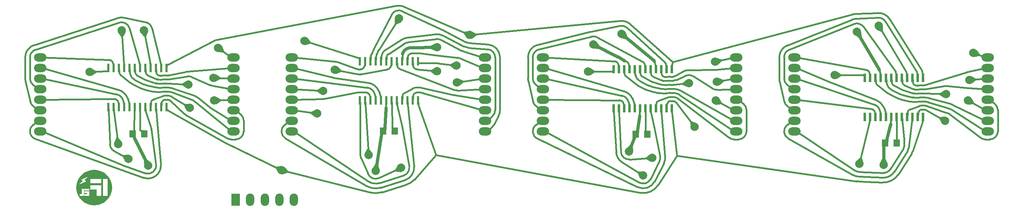
<source format=gbr>
G04 DipTrace 2.4.0.2*
%INÍèæí³é.gbr*%
%MOMM*%
%ADD13C,0.8*%
%ADD14C,0.4*%
%ADD15C,0.0*%
%ADD16R,2.0X3.0*%
%ADD17O,2.0X3.0*%
%ADD19O,3.0X2.0*%
%ADD20R,1.6X1.8*%
%ADD21R,0.6X2.0*%
%ADD22C,2.0*%
%FSLAX53Y53*%
G04*
G71*
G90*
G75*
G01*
%LNBottom*%
%LPD*%
X96751Y21741D2*
D13*
X97330Y21898D1*
X96986Y23161D1*
X96254Y22076D1*
X96751Y21741D1*
X220532Y32831D2*
D14*
X220399Y33247D1*
X220171Y32875D1*
X157597Y26382D2*
D13*
X158196Y26418D1*
X158119Y27725D1*
X157187Y26793D1*
X157597Y26382D1*
X160282Y34915D2*
D14*
X160112Y35317D1*
X159919Y34926D1*
X218670Y23157D2*
D13*
X219216Y23407D1*
X218670Y24597D1*
X218125Y23407D1*
X218670Y23157D1*
X99432Y36820D2*
D14*
X99250Y37216D1*
X99068Y36820D1*
X42147Y22981D2*
D13*
X42523Y23449D1*
X41502Y24269D1*
X41547Y22961D1*
X42147Y22981D1*
X160224Y36729D2*
D14*
X160124Y35928D1*
Y35729D1*
Y35716D1*
X160123Y35703D1*
X160098Y34837D1*
D13*
X159613Y31433D1*
X159610Y31405D1*
X159609Y31377D1*
Y30977D1*
X159209Y30477D1*
X38951Y37046D2*
D14*
X38851Y36246D1*
X38813Y31335D1*
X38413Y30635D1*
X220542Y34665D2*
X220442Y33865D1*
Y33665D1*
X220441Y33613D1*
X220436Y33562D1*
X220342Y32770D1*
D13*
X219465Y29414D1*
X219455Y29364D1*
X219452Y29313D1*
Y28913D1*
X219052Y28413D1*
X99305Y38635D2*
D14*
X99250Y37835D1*
Y36736D1*
D13*
X98974Y32195D1*
X98973Y32182D1*
Y32170D1*
Y31770D1*
X98573Y31270D1*
X159209Y30477D2*
X158809Y29977D1*
Y29577D1*
G02X158782Y29432I-401J0D01*
G01*
X157597Y26382D1*
X38413Y30635D2*
X38813Y30135D1*
Y29735D1*
G03X38856Y29556I401J0D01*
G01*
X42147Y22981D1*
X219052Y28413D2*
X218670Y27913D1*
Y23157D1*
X98573Y31270D2*
X98173Y30770D1*
Y30370D1*
X98172Y30338D1*
X98168Y30305D1*
X96751Y21741D1*
X74208Y21909D2*
D14*
X74461Y21150D1*
X75642Y21544D1*
X74793Y22454D1*
X74208Y21909D1*
X74113Y22703D1*
X72877Y22556D1*
X73525Y21493D1*
X74208Y21909D1*
X167844Y36729D2*
X167944Y35928D1*
Y35729D1*
Y35718D1*
X167945Y35707D1*
X169087Y25333D1*
X212286Y19200D1*
G03X212700Y19161I596J4194D01*
G01*
X218487Y18911D1*
G03X222248Y20863I183J4246D01*
G01*
X225387Y25759D1*
G03X225737Y26493I-2736J1755D01*
G01*
X228018Y33392D1*
G03X228062Y33665I-827J273D01*
G01*
Y33865D1*
X228162Y34665D1*
X106925Y38635D2*
X107025Y37835D1*
Y37635D1*
X107028Y37601D1*
X107036Y37568D1*
X111283Y25498D1*
X106096Y19631D1*
G02X104171Y18387I-3184J2815D01*
G01*
X98351Y16583D1*
G02X95419Y16508I-1599J5158D01*
G01*
X74208Y21909D1*
X111283Y25498D2*
X160227Y16416D1*
G03X164581Y18302I775J4179D01*
G01*
X169087Y25333D1*
X74208Y21909D2*
X60810Y28422D1*
X60725Y28465D1*
X60642Y28510D1*
X46970Y36220D1*
G03X46871Y36246I-98J-175D01*
G01*
X46671D1*
X46571Y37046D1*
X119347Y54371D2*
X119840Y53741D1*
X120821Y54508D1*
X119715Y55081D1*
X119347Y54371D1*
X116167Y46985D2*
X115827Y47710D1*
X114700Y47181D1*
X115649Y46376D1*
X116167Y46985D1*
X119347Y54371D2*
X119217Y55161D1*
X117988Y54957D1*
X118683Y53925D1*
X119347Y54371D1*
X228162Y44065D2*
X228062Y44865D1*
Y45065D1*
G03X227975Y45565I-1469J0D01*
G01*
X227897Y45780D1*
G03X227699Y46185I-1977J-716D01*
G01*
X220115Y58209D1*
G03X217364Y59653I-2622J-1654D01*
G01*
X212097Y59435D1*
G03X211181Y59296I175J-4240D01*
G01*
X168060Y47832D1*
X167946Y47162D1*
X167944Y47145D1*
Y47129D1*
Y46929D1*
X167844Y46129D1*
X46571Y46446D2*
X46671Y47246D1*
X46871D1*
G03X46963Y47268I0J200D01*
G01*
X58075Y52994D1*
G02X58604Y53177I893J-1733D01*
G01*
X101767Y61375D1*
G02X103573Y61176I578J-3047D01*
G01*
X119347Y54371D1*
X106925Y48035D2*
X107025Y47588D1*
X111522D1*
G02X111779Y47571I1J-1943D01*
G01*
X116167Y46985D1*
X119347Y54371D2*
X155539Y57734D1*
G02X157896Y56954I287J-3087D01*
G01*
X168060Y47832D1*
X33871Y46446D2*
X33771Y47246D1*
Y47446D1*
G03X33249Y48243I-870J0D01*
G01*
X33081Y48317D1*
G03X32737Y48395I-380J-869D01*
G01*
X16765Y48990D1*
X16265D1*
X45301Y46446D2*
X45201Y47246D1*
Y47446D1*
G03X45175Y47658I-868J0D01*
G01*
X43079Y55992D1*
G03X41590Y57424I-1891J-476D01*
G01*
X36450Y58509D1*
G03X34856Y58425I-640J-3033D01*
G01*
X14811Y51940D1*
G03X12665Y48990I954J-2949D01*
G01*
Y43910D1*
G03X12746Y43208I3099J0D01*
G01*
X13866Y38389D1*
G03X14516Y37333I1899J441D01*
G01*
X15765Y36290D1*
X16265D1*
X58968Y51261D2*
X58931Y50462D1*
X60175Y50404D1*
X59710Y51559D1*
X58968Y51261D1*
X51870Y42481D2*
X51471Y43174D1*
X50392Y42553D1*
X51405Y41830D1*
X51870Y42481D1*
X58968Y51261D2*
X62165Y48990D1*
X62665D1*
X38951Y46446D2*
X39051Y45646D1*
Y45446D1*
G03X39500Y44685I870J0D01*
G01*
X41444Y43608D1*
G03X41848Y43438I1015J1834D01*
G01*
X44115Y42745D1*
G03X45001Y42613I886J2902D01*
G01*
G03X45481Y42654I0J2836D01*
G01*
G02X46271Y42721I791J-4603D01*
G01*
X46871D1*
X46986Y42720D1*
X47101Y42715D1*
X51870Y42481D1*
X62665Y48990D2*
D3*
X40221Y46446D2*
X40121Y47246D1*
Y47446D1*
G03X40087Y47687I-870J0D01*
G01*
X37684Y56016D1*
G03X35210Y57331I-1874J-541D01*
G01*
X15165Y50845D1*
G03X13815Y48990I600J-1855D01*
G01*
Y43910D1*
G03X14516Y42413I1950J0D01*
G01*
X15765Y41370D1*
X16265D1*
X35141Y46446D2*
X35241Y45646D1*
Y45446D1*
G03X35568Y44767I870J0D01*
G01*
X37891Y42908D1*
G03X38450Y42548I2029J2537D01*
G01*
X40469Y41523D1*
G03X41519Y41148I1992J3924D01*
G01*
X43303Y40757D1*
G03X44331Y40645I1028J4690D01*
G01*
X44396Y40646D1*
X44461Y40647D1*
X45125Y40664D1*
G03X45810Y40732I-124J4785D01*
G01*
G02X46271Y40771I461J-2680D01*
G01*
X46871D1*
G02X47909Y40581I0J-2925D01*
G01*
X52847Y38708D1*
G02X53390Y38394I-692J-1824D01*
G01*
X62165Y31210D1*
X62665D1*
X44031Y46446D2*
X44131Y45646D1*
Y45446D1*
G03X45088Y44580I870J0D01*
G01*
X45286Y44600D1*
X45303Y44602D1*
X45320Y44604D1*
G02X46271Y44671I951J-6749D01*
G01*
X46871D1*
G03X47021Y44685I0J775D01*
G01*
X51271Y45522D1*
G02X51612Y45570I598J-3035D01*
G01*
X62165Y46450D1*
X62665D1*
X37681Y46446D2*
X37781Y45646D1*
Y45446D1*
G03X37809Y45229I870J0D01*
G01*
X37887Y44923D1*
G03X38971Y43574I2034J523D01*
G01*
X40990Y42548D1*
G03X41741Y42277I1471J2897D01*
G01*
X44113Y41738D1*
G03X45001Y41638I889J3911D01*
G01*
G03X45646Y41693I0J3806D01*
G01*
G02X46271Y41746I626J-3648D01*
G01*
X46871D1*
G02X48133Y41536I0J-3901D01*
G01*
X53158Y39818D1*
G02X54103Y39296I-1004J-2934D01*
G01*
X56826Y37096D1*
G03X57020Y36959I1233J1526D01*
G01*
X62165Y33750D1*
X62665D1*
X41491Y46446D2*
X41591Y45646D1*
Y45446D1*
G03X42113Y44648I870J0D01*
G01*
X42281Y44575D1*
X42290Y44572D1*
X44199Y43760D1*
G03X44515Y43655I801J1882D01*
G01*
X44562Y43643D1*
G03X45307Y43616I440J1802D01*
G01*
G02X46271Y43696I964J-5771D01*
G01*
X46871D1*
G03X47173Y43719I0J1958D01*
G01*
X51568Y44407D1*
G02X52657Y44265I301J-1927D01*
G01*
X57086Y42310D1*
G03X57540Y42172I787J1782D01*
G01*
X62165Y41370D1*
X62665D1*
X94225Y48035D2*
X94125Y47235D1*
Y47035D1*
G02X93603Y46237I-870J0D01*
G01*
X93435Y46164D1*
G02X93055Y46085I-380J871D01*
G01*
X92655D1*
G02X92329Y46142I0J950D01*
G01*
X87652Y47851D1*
G03X87182Y47959I-668J-1829D01*
G01*
X77118Y48990D1*
X76618D1*
X82707Y35496D2*
X82373Y36223D1*
X81241Y35704D1*
X82184Y34890D1*
X82707Y35496D1*
X111522Y45638D2*
X111154Y46349D1*
X110048Y45777D1*
X111028Y45009D1*
X111522Y45638D1*
X82707Y35496D2*
X77118Y36290D1*
X76618D1*
X105655Y48035D2*
X105755Y47235D1*
Y47035D1*
G03X106277Y46237I870J0D01*
G01*
X106445Y46164D1*
G03X106736Y46089I380J870D01*
G01*
X111522Y45638D1*
X76618Y36290D2*
D3*
X99305Y48035D2*
X99405Y48835D1*
Y49035D1*
G02X99799Y49763I870J0D01*
G01*
X103357Y52090D1*
G02X104941Y52661I1997J-3055D01*
G01*
X111311Y53388D1*
G02X112433Y53180I221J-1937D01*
G01*
X117384Y50602D1*
G03X118132Y50299I1964J3771D01*
G01*
X122518Y48990D1*
X123018D1*
X86983Y46019D2*
X87276Y45275D1*
X88435Y45731D1*
X87565Y46601D1*
X86983Y46019D1*
X84198Y40942D2*
X83807Y41640D1*
X82721Y41032D1*
X83726Y40297D1*
X84198Y40942D1*
X100575Y48035D2*
X100475Y47235D1*
Y47035D1*
G02X99953Y46237I-870J0D01*
G01*
X99785Y46164D1*
G02X99582Y46102I-381J875D01*
G01*
X93647Y44972D1*
G02X93255Y44935I-393J2068D01*
G01*
X92655D1*
G02X92246Y44975I1J2105D01*
G01*
X86983Y46019D1*
X84198Y40942D2*
X77118Y41370D1*
X76618D1*
X95495Y48035D2*
X95595Y48835D1*
Y49035D1*
G02X95683Y49535I1471J0D01*
G01*
X95760Y49749D1*
X95795Y49838D1*
X95833Y49926D1*
X96290Y50902D1*
X96330Y50983D1*
X96371Y51064D1*
X100615Y59229D1*
G02X103178Y60093I1730J-900D01*
G01*
X113346Y55294D1*
X113421Y55258D1*
X113495Y55220D1*
X118446Y52642D1*
G03X119199Y52427I901J1730D01*
G01*
X123753Y52081D1*
G02X126618Y48990I-235J-3091D01*
G01*
Y36290D1*
G02X126282Y34887I-3100J0D01*
G01*
X125257Y32867D1*
G02X124768Y32253I-1740J884D01*
G01*
X123518Y31210D1*
X123018D1*
X104385Y48035D2*
X104485Y48835D1*
Y49035D1*
G02X105007Y49832I870J0D01*
G01*
X105175Y49905D1*
G02X105555Y49985I380J-871D01*
G01*
X107225D1*
X107280Y49983D1*
X107335Y49978D1*
X111306Y49514D1*
X116392Y48922D1*
G02X116917Y48785I-225J-1936D01*
G01*
X122518Y46450D1*
X123018D1*
X98035Y48035D2*
X98135Y48835D1*
Y49035D1*
G02X98162Y49251I870J0D01*
G01*
X98241Y49558D1*
G02X99159Y50813I2034J-523D01*
G01*
X102804Y53101D1*
G02X104810Y53804I2551J-4067D01*
G01*
X111181Y54531D1*
G02X112964Y54200I352J-3080D01*
G01*
X117915Y51622D1*
G03X119112Y51280I1432J2749D01*
G01*
X123666Y50934D1*
G02X125468Y48990I-148J-1944D01*
G01*
Y36290D1*
G02X124768Y34793I-1950J0D01*
G01*
X123518Y33750D1*
X123018D1*
X101845Y48035D2*
X101945Y47235D1*
Y47035D1*
G03X102467Y46237I870J0D01*
G01*
X102635Y46164D1*
X102653Y46156D1*
X102671Y46149D1*
X115547Y41155D1*
G03X116361Y41026I706J1820D01*
G01*
X122518Y41370D1*
X123018D1*
X155144Y46129D2*
X155044Y46929D1*
Y47129D1*
G03X154522Y47926I-870J0D01*
G01*
X154354Y47999D1*
G03X154026Y48077I-380J-871D01*
G01*
X137437Y48990D1*
X136937D1*
X166574Y46129D2*
X166474Y46929D1*
Y47129D1*
G03X166192Y47769I-870J0D01*
G01*
X157145Y56083D1*
G03X155439Y56558I-1319J-1436D01*
G01*
X148437Y55143D1*
X148373Y55129D1*
X148308Y55114D1*
X135694Y52000D1*
G03X133337Y48990I743J-3010D01*
G01*
Y43910D1*
G03X133418Y43208I3099J0D01*
G01*
X134538Y38389D1*
G03X135188Y37333I1899J441D01*
G01*
X136437Y36290D1*
X136937D1*
X178212Y47961D2*
X178774Y47400D1*
X179657Y48283D1*
X178488Y48712D1*
X178212Y47961D1*
X171955Y42807D2*
X171451Y43429D1*
X170484Y42645D1*
X171599Y42091D1*
X171955Y42807D1*
X178212Y47961D2*
X182837Y48990D1*
X183337D1*
X160224Y46129D2*
X160324Y45328D1*
Y45129D1*
G03X160772Y44367I870J0D01*
G01*
X162717Y43291D1*
G03X163120Y43120I1015J1834D01*
G01*
X165388Y42428D1*
G03X166274Y42295I886J2902D01*
G01*
G03X166753Y42336I0J2836D01*
G01*
G02X167544Y42404I791J-4603D01*
G01*
X168144D1*
G03X168465Y42421I0J2936D01*
G01*
X171955Y42807D1*
X183337Y48990D2*
D3*
X161494Y46129D2*
X161394Y46929D1*
Y47129D1*
G03X160937Y47894I-870J0D01*
G01*
X149979Y53820D1*
G03X148584Y53998I-928J-1715D01*
G01*
X135970Y50883D1*
G03X134487Y48990I467J-1893D01*
G01*
Y43910D1*
G03X135188Y42413I1950J0D01*
G01*
X136437Y41370D1*
X136937D1*
X156414Y46129D2*
X156514Y45328D1*
Y45129D1*
G03X156840Y44449I870J0D01*
G01*
X159163Y42591D1*
G03X159722Y42231I2029J2537D01*
G01*
X161742Y41205D1*
G03X162791Y40831I1992J3924D01*
G01*
X164576Y40439D1*
G03X165604Y40328I1028J4690D01*
G01*
X165668D1*
X165733Y40330D1*
X166398Y40347D1*
G03X167083Y40414I-124J4785D01*
G01*
G02X167544Y40453I461J-2680D01*
G01*
X168144D1*
G02X169807Y39947I0J-2987D01*
G01*
X182837Y31210D1*
X183337D1*
X165304Y46129D2*
X165404Y45328D1*
Y45129D1*
G03X166361Y44263I870J0D01*
G01*
X166559Y44283D1*
X166575Y44285D1*
X166592Y44287D1*
G02X167544Y44353I951J-6749D01*
G01*
X168144D1*
G03X168518Y44450I0J776D01*
G01*
X170456Y45521D1*
G02X171904Y45907I1499J-2713D01*
G01*
X178245Y46012D1*
X178323Y46014D1*
X178400Y46020D1*
X182837Y46450D1*
X183337D1*
X158954Y46129D2*
X159054Y45328D1*
Y45129D1*
G03X159081Y44912I870J0D01*
G01*
X159160Y44606D1*
G03X160243Y43256I2034J523D01*
G01*
X162262Y42231D1*
G03X163013Y41959I1471J2897D01*
G01*
X165385Y41420D1*
G03X166274Y41320I889J3911D01*
G01*
G03X166918Y41375I0J3806D01*
G01*
G02X167544Y41428I626J-3648D01*
G01*
X168144D1*
G02X170086Y40920I0J-3962D01*
G01*
X182837Y33750D1*
X183337D1*
X162764Y46129D2*
X162864Y45328D1*
Y45129D1*
G03X163386Y44331I870J0D01*
G01*
X163554Y44258D1*
X163562Y44254D1*
X165472Y43442D1*
G03X165788Y43337I801J1882D01*
G01*
X165834Y43326D1*
G03X166579Y43298I440J1802D01*
G01*
G02X167544Y43379I964J-5771D01*
G01*
X168144D1*
G03X168971Y43563I0J1951D01*
G01*
X171128Y44573D1*
G02X173004Y44451I827J-1766D01*
G01*
X177651Y41485D1*
G03X178791Y41181I1049J1644D01*
G01*
X182837Y41370D1*
X183337D1*
X215462Y44065D2*
X215362Y44865D1*
Y45065D1*
G03X214840Y45862I-870J0D01*
G01*
X214672Y45936D1*
G03X214460Y46000I-379J-868D01*
G01*
X197755Y48990D1*
X197255D1*
X226892Y44065D2*
X226792Y44865D1*
Y45065D1*
G03X226661Y45525I-871J0D01*
G01*
X219148Y57587D1*
G03X217412Y58504I-1655J-1031D01*
G01*
X212145Y58286D1*
G03X211123Y58067I128J-3099D01*
G01*
X195605Y51869D1*
G03X193655Y48990I1150J-2879D01*
G01*
Y43910D1*
G03X193736Y43208I3099J0D01*
G01*
X194856Y38389D1*
G03X195506Y37333I1899J441D01*
G01*
X196755Y36290D1*
X197255D1*
X240225Y50067D2*
X240399Y49286D1*
X241614Y49556D1*
X240863Y50550D1*
X240225Y50067D1*
X233686Y40147D2*
X233279Y40836D1*
X232207Y40203D1*
X233229Y39491D1*
X233686Y40147D1*
X240225Y50067D2*
X243155Y48990D1*
X243655D1*
X220542Y44065D2*
X220642Y43265D1*
Y43065D1*
G03X221091Y42304I870J0D01*
G01*
X223035Y41227D1*
G03X223439Y41056I1015J1834D01*
G01*
X225706Y40364D1*
G03X226592Y40232I886J2902D01*
G01*
G03X227072Y40273I0J2836D01*
G01*
G02X227862Y40340I791J-4603D01*
G01*
X228462D1*
X228550Y40339D1*
X228638Y40337D1*
X233686Y40147D1*
X243655Y48990D2*
D3*
X221812Y44065D2*
X221712Y44865D1*
Y45065D1*
G03X221550Y45571I-870J0D01*
G01*
X213859Y56323D1*
G03X211549Y57000I-1586J-1135D01*
G01*
X196032Y50801D1*
G03X194805Y48990I723J-1811D01*
G01*
Y43910D1*
G03X195506Y42413I1950J0D01*
G01*
X196755Y41370D1*
X197255D1*
X216732Y44065D2*
X216832Y43265D1*
Y43065D1*
G03X217159Y42386I870J0D01*
G01*
X219482Y40527D1*
G03X220041Y40167I2029J2537D01*
G01*
X222060Y39142D1*
G03X223110Y38767I1992J3924D01*
G01*
X224894Y38376D1*
G03X225922Y38264I1028J4690D01*
G01*
X225987Y38265D1*
X226052Y38266D1*
X226716Y38283D1*
G03X227401Y38351I-124J4785D01*
G01*
G02X227862Y38390I461J-2680D01*
G01*
X228462D1*
G02X229333Y38257I0J-2926D01*
G01*
X232764Y37188D1*
X232778Y37183D1*
X232791Y37179D1*
X234367Y36704D1*
G02X235145Y36346I-895J-2967D01*
G01*
X243155Y31210D1*
X243655D1*
X225622Y44065D2*
X225722Y43265D1*
Y43065D1*
G03X226679Y42199I870J0D01*
G01*
X226877Y42219D1*
X226894Y42221D1*
X226911Y42223D1*
G02X227862Y42290I951J-6749D01*
G01*
X228462D1*
G03X228693Y42325I0J775D01*
G01*
X238687Y45445D1*
X238764Y45467D1*
X238843Y45487D1*
X243155Y46450D1*
X243655D1*
X219272Y44065D2*
X219372Y43265D1*
Y43065D1*
G03X219400Y42848I870J0D01*
G01*
X219478Y42542D1*
G03X220562Y41193I2034J523D01*
G01*
X222581Y40167D1*
G03X223332Y39896I1471J2897D01*
G01*
X225704Y39357D1*
G03X226592Y39257I889J3911D01*
G01*
G03X227237Y39312I0J3806D01*
G01*
G02X227862Y39365I626J-3648D01*
G01*
X228462D1*
G02X229488Y39227I0J-3901D01*
G01*
X234590Y37836D1*
G02X235332Y37558I-1118J-4099D01*
G01*
X243155Y33750D1*
X243655D1*
X223082Y44065D2*
X223182Y43265D1*
Y43065D1*
G03X223704Y42268I870J0D01*
G01*
X223872Y42194D1*
X223881Y42191D1*
X225790Y41379D1*
G03X226106Y41274I801J1882D01*
G01*
X226153Y41262D1*
G03X226898Y41235I440J1802D01*
G01*
G02X227862Y41315I964J-5771D01*
G01*
X228462D1*
G03X228769Y41339I0J1956D01*
G01*
X233380Y42073D1*
G02X233853Y42090I306J-1928D01*
G01*
X239102Y41641D1*
X239120Y41639D1*
X239138Y41638D1*
X243155Y41370D1*
X243655D1*
X28103Y45455D2*
X28565Y44802D1*
X29581Y45522D1*
X28504Y46147D1*
X28103Y45455D1*
X32601Y46446D2*
X32501Y45646D1*
X32292D1*
X28103Y45455D1*
X37432Y24618D2*
X37371Y25415D1*
X36129Y25320D1*
X36732Y24230D1*
X37432Y24618D1*
X79659Y52989D2*
X79866Y52217D1*
X81069Y52538D1*
X80277Y53498D1*
X79659Y52989D1*
X37432Y24618D2*
X34024Y26454D1*
G02X33000Y28098I925J1717D01*
G01*
X32701Y36038D1*
Y36246D1*
X32601Y37046D1*
X92955Y48035D2*
X92855Y48835D1*
X92655D1*
X92624Y48837D1*
X92594Y48844D1*
X79659Y52989D1*
X102912Y22447D2*
X102237Y22876D1*
X101570Y21824D1*
X102803Y21654D1*
X102912Y22447D1*
X147752Y45604D2*
X148184Y44931D1*
X149232Y45604D1*
X148184Y46277D1*
X147752Y45604D1*
X102912Y22447D2*
X97571Y19971D1*
G02X94973Y20941I-820J1769D01*
G01*
X93275Y24716D1*
G02X93103Y25508I1778J800D01*
G01*
X93055Y37629D1*
Y37835D1*
X92955Y38635D1*
X153874Y46129D2*
X153774Y45604D1*
X147752D1*
X161003Y20595D2*
Y21380D1*
X159748D1*
X160279Y20254D1*
X161003Y20595D1*
X206940Y44712D2*
X207373Y44039D1*
X208420Y44712D1*
X207373Y45386D1*
X206940Y44712D1*
X161003Y20595D2*
X155953Y23754D1*
G02X154502Y26210I1644J2628D01*
G01*
X153976Y35647D1*
X153974Y35688D1*
Y35729D1*
Y35928D1*
X153874Y36729D1*
X214192Y44065D2*
X214092Y44712D1*
X206940D1*
X217441Y45933D2*
X217751Y45626D1*
X217781Y46062D1*
X102346Y58329D2*
X101550D1*
Y57081D1*
X102681Y57603D1*
X102346Y58329D1*
X41188Y55516D2*
X40604Y54969D1*
X41456Y54061D1*
X41928Y55213D1*
X41188Y55516D1*
X103051Y49848D2*
X103224Y49447D1*
X103415Y49839D1*
X149052Y52105D2*
D13*
X149028Y51505D1*
X150336Y51453D1*
X149521Y52478D1*
X149052Y52105D1*
X111532Y51451D2*
X111272Y51991D1*
X110092Y51424D1*
X111292Y50901D1*
X111532Y51451D1*
X155825Y54647D2*
X155667Y54069D1*
X156929Y53722D1*
X156367Y54905D1*
X155825Y54647D1*
X156312Y48078D2*
D14*
X156748Y48074D1*
X156467Y48407D1*
X217493Y56556D2*
X217138Y55838D1*
X218255Y55287D1*
Y56556D1*
X217493D1*
X163418Y48020D2*
X163746Y47732D1*
X163750Y48169D1*
X212273Y55189D2*
D13*
X211927Y54698D1*
X212998Y53944D1*
X212870Y55247D1*
X212273Y55189D1*
X35810Y55475D2*
D14*
X35165Y55002D1*
X35903Y53998D1*
X36509Y55086D1*
X35810Y55475D1*
X218002Y44065D2*
X217902Y44865D1*
Y45065D1*
G03X217846Y45372I-869J0D01*
G01*
X217581Y46075D1*
D13*
X212273Y55189D1*
X96765Y48035D2*
D14*
X96865Y48835D1*
Y49035D1*
G02X96892Y49251I870J0D01*
G01*
X96971Y49558D1*
G02X97103Y49926I2035J-523D01*
G01*
X97332Y50414D1*
G02X97534Y50782I2941J-1378D01*
G01*
X102346Y58329D1*
X42761Y46446D2*
X42661Y47246D1*
Y47446D1*
G03X42647Y47604I-874J0D01*
G01*
X41188Y55516D1*
X103115Y48035D2*
X103215Y48835D1*
Y49035D1*
Y49045D1*
Y49054D1*
X103235Y49927D1*
D13*
X103238Y49934D1*
G02X105312Y51334I2117J-900D01*
G01*
X111532Y51451D1*
X157684Y46129D2*
D14*
X157584Y46929D1*
Y47129D1*
G03X157085Y47916I-870J0D01*
G01*
X156314Y48279D1*
D13*
X154965Y49096D1*
X154891Y49139D1*
X154815Y49179D1*
X149052Y52105D1*
X164034Y46129D2*
D14*
X163934Y46929D1*
Y47129D1*
G03X163858Y47484I-871J0D01*
G01*
X163550Y48171D1*
D13*
X155825Y54647D1*
X224352Y44065D2*
D14*
X224252Y44865D1*
Y45065D1*
G03X224128Y45513I-870J0D01*
G01*
X217493Y56556D1*
X36411Y46446D2*
X36311Y47246D1*
Y47446D1*
Y47473D1*
X36310Y47500D1*
X35810Y55475D1*
X40221Y37046D2*
X40213Y31535D1*
G03X40413Y31335I200J0D01*
G01*
X40613D1*
X41213Y30635D1*
X100575Y38635D2*
X100675Y37835D1*
Y37635D1*
Y37627D1*
Y37619D1*
X100773Y32174D1*
Y31970D1*
X101373Y31270D1*
X161494Y36729D2*
X161594Y35928D1*
Y31177D1*
X162009Y30477D1*
X221812Y34665D2*
X221852Y28413D1*
X35141Y37046D2*
X35041Y37846D1*
Y38046D1*
G03X34519Y38843I-870J0D01*
G01*
X34351Y38917D1*
G03X33971Y38996I-380J-870D01*
G01*
X32301D1*
X32296D1*
X32291D1*
X16765Y38830D1*
X16265D1*
X45301Y37046D2*
X45401Y37846D1*
Y38046D1*
G02X45430Y38149I200J0D01*
G01*
X45606Y38444D1*
G02X46271Y38821I665J-398D01*
G01*
X46871D1*
G02X47247Y38724I0J-775D01*
G01*
X47331Y38677D1*
G02X47519Y38541I-461J-832D01*
G01*
X50825Y35458D1*
G03X51193Y35188I1332J1429D01*
G01*
X61203Y29514D1*
G03X62165Y29260I961J1696D01*
G01*
X63165D1*
G03X65115Y31210I0J1950D01*
G01*
Y33750D1*
G03X64415Y35247I-1950J0D01*
G01*
X63165Y36290D1*
X62665D1*
X58052Y38613D2*
X58519Y37964D1*
X59530Y38691D1*
X58448Y39308D1*
X58052Y38613D1*
X52155Y36885D2*
Y37660D1*
X50895D1*
X51434Y36538D1*
X52155Y36885D1*
X58052Y38613D2*
X62165Y38830D1*
X62665D1*
X42761Y37046D2*
X42861Y37846D1*
Y38046D1*
G02X43383Y38843I870J0D01*
G01*
X43551Y38917D1*
X43579Y38928D1*
X43607Y38939D1*
X45673Y39691D1*
G02X46271Y39796I598J-1646D01*
G01*
X46871D1*
G02X47893Y39507I0J-1951D01*
G01*
X52155Y36885D1*
X62665Y38830D2*
D3*
X37681Y37046D2*
X37581Y37846D1*
Y38046D1*
G03X37554Y38263I-870J0D01*
G01*
X37475Y38569D1*
G03X37343Y38937I-2033J-523D01*
G01*
X37114Y39425D1*
G03X35072Y41169I-2943J-1379D01*
G01*
X16765Y46450D1*
X16265D1*
X57874Y44094D2*
X58277Y43403D1*
X59352Y44030D1*
X58334Y44748D1*
X57874Y44094D1*
X34949Y28171D2*
X35563Y28683D1*
X34765Y29640D1*
X34227Y28517D1*
X34949Y28171D1*
X57874Y44094D2*
X62165Y43910D1*
X62665D1*
X33871Y37046D2*
X33971Y36246D1*
Y36046D1*
X33973Y35992D1*
X33978Y35938D1*
X34949Y28171D1*
X62665Y43910D2*
D3*
X36411Y37046D2*
X36311Y37846D1*
Y38046D1*
G03X36284Y38263I-870J0D01*
G01*
X36205Y38569D1*
G03X34610Y40100I-2034J-523D01*
G01*
X16765Y43910D1*
X16265D1*
X44031Y37046D2*
X44131Y36246D1*
Y36046D1*
X44132Y36008D1*
X44135Y35971D1*
X45235Y23248D1*
G02X41130Y20053I-3089J-267D01*
G01*
X36416Y21689D1*
X36398Y21696D1*
X36381Y21702D1*
X15103Y29376D1*
G02X14516Y32707I662J1834D01*
G01*
X15765Y33750D1*
X16265D1*
X41491Y37046D2*
X41591Y36246D1*
Y36046D1*
G03X41634Y35777I869J0D01*
G01*
X42917Y31829D1*
G02X42955Y31661I-908J-294D01*
G01*
X44080Y23240D1*
G02X41507Y21139I-1933J-258D01*
G01*
X36793Y22776D1*
X36734Y22797D1*
X36675Y22821D1*
X16765Y31210D1*
X16265D1*
X95495Y38635D2*
X95395Y39435D1*
Y39635D1*
G03X94873Y40432I-870J0D01*
G01*
X94705Y40505D1*
G03X94325Y40585I-380J-870D01*
G01*
X92655D1*
G03X92473Y40567I0J-952D01*
G01*
X84571Y39028D1*
G02X84242Y38993I-372J1909D01*
G01*
X77118Y38830D1*
X76618D1*
X105655Y38635D2*
X105755Y39435D1*
Y39635D1*
G02X106277Y40432I870J0D01*
G01*
X106445Y40505D1*
G02X106825Y40585I380J-871D01*
G01*
X107225D1*
G02X107484Y40549I0J-952D01*
G01*
X122518Y36290D1*
X123018D1*
X103115Y38635D2*
X103215Y39435D1*
Y39635D1*
G02X103663Y40396I870J0D01*
G01*
X105608Y41472D1*
G02X106625Y41735I1017J-1838D01*
G01*
X107225D1*
G02X107676Y41686I1J-2096D01*
G01*
X115586Y39945D1*
X115674Y39927D1*
X115762Y39912D1*
X122518Y38830D1*
X123018D1*
X98035Y38635D2*
X97935Y39435D1*
Y39635D1*
G03X97907Y39851I-870J0D01*
G01*
X97829Y40158D1*
G03X97696Y40526I-2033J-523D01*
G01*
X97468Y41014D1*
G03X95005Y42849I-2943J-1379D01*
G01*
X86695Y44091D1*
X86605Y44106D1*
X86515Y44126D1*
X77118Y46450D1*
X76618D1*
X116252Y42973D2*
X116780Y42371D1*
X117716Y43192D1*
X116581Y43703D1*
X116252Y42973D1*
X95053Y25516D2*
X95699Y25988D1*
X94964Y26993D1*
X94356Y25907D1*
X95053Y25516D1*
X116252Y42973D2*
X122518Y43910D1*
X123018D1*
X94225Y38635D2*
X94325Y37835D1*
Y37635D1*
Y37609D1*
X94326Y37582D1*
X95053Y25516D1*
X123018Y43910D2*
D3*
X96765Y38635D2*
X96665Y39435D1*
Y39635D1*
G03X96637Y39851I-870J0D01*
G01*
X96559Y40158D1*
G03X94783Y41719I-2034J-523D01*
G01*
X77118Y43910D1*
X76618D1*
X104385Y38635D2*
X104485Y37835D1*
Y37635D1*
X104486Y37591D1*
X104489Y37547D1*
X105996Y22761D1*
G02X103830Y19486I-3084J-315D01*
G01*
X98010Y17681D1*
G02X94597Y18077I-1259J4059D01*
G01*
X75129Y29529D1*
G02X74869Y32707I989J1681D01*
G01*
X76118Y33750D1*
X76618D1*
X101845Y38635D2*
X101945Y37835D1*
Y37635D1*
G03X101966Y37445I872J0D01*
G01*
X103100Y32378D1*
X103104Y32359D1*
X103108Y32339D1*
X104831Y22793D1*
G02X103490Y20584I-1919J-346D01*
G01*
X97669Y18780D1*
G02X95021Y19168I-918J2961D01*
G01*
X77118Y31210D1*
X76618D1*
X156414Y36729D2*
X156314Y37529D1*
Y37729D1*
G03X155792Y38526I-870J0D01*
G01*
X155624Y38599D1*
G03X155252Y38678I-380J-871D01*
G01*
X137437Y38830D1*
X136937D1*
X178375Y38620D2*
X178447Y37823D1*
X179687Y37935D1*
X179070Y39017D1*
X178375Y38620D1*
X173343Y32285D2*
X173615Y33038D1*
X172445Y33462D1*
X172546Y32221D1*
X173343Y32285D1*
X178375Y38620D2*
X182837Y36290D1*
X183337D1*
X166574Y36729D2*
X166674Y37529D1*
Y37729D1*
G02X166702Y37831I200J0D01*
G01*
X166879Y38126D1*
G02X167544Y38504I665J-398D01*
G01*
X168144D1*
G02X168519Y38407I0J-775D01*
G01*
X168604Y38360D1*
G02X168899Y38105I-461J-832D01*
G01*
X173343Y32285D1*
X183337Y36290D2*
D3*
X164034Y36729D2*
X164134Y37529D1*
Y37729D1*
G02X164656Y38526I870J0D01*
G01*
X164824Y38599D1*
X164851Y38611D1*
X164879Y38621D1*
X166945Y39373D1*
G02X167544Y39479I598J-1646D01*
G01*
X168144D1*
G02X169367Y39064I0J-2012D01*
G01*
X181652Y29662D1*
G03X182837Y29260I1185J1548D01*
G01*
X183837D1*
G03X185787Y31210I0J1950D01*
G01*
Y36290D1*
G03X185087Y37787I-1950J0D01*
G01*
X183837Y38830D1*
X183337D1*
X158954Y36729D2*
X158854Y37529D1*
Y37729D1*
G03X158826Y37945I-870J0D01*
G01*
X158748Y38251D1*
G03X158615Y38620I-2033J-523D01*
G01*
X158387Y39108D1*
G03X156366Y40845I-2943J-1379D01*
G01*
X137437Y46450D1*
X136937D1*
X178700Y43129D2*
X179250Y42548D1*
X180154Y43404D1*
X179000Y43871D1*
X178700Y43129D1*
X163163Y24858D2*
X162680Y25496D1*
X161687Y24744D1*
X162784Y24153D1*
X163163Y24858D1*
X178700Y43129D2*
X182837Y43910D1*
X183337D1*
X155144Y36729D2*
X155244Y35928D1*
Y35729D1*
Y35710D1*
Y35691D1*
X155649Y26298D1*
G03X157748Y24438I1948J84D01*
G01*
X163163Y24858D1*
X183337Y43910D2*
D3*
X157684Y36729D2*
X157584Y37529D1*
Y37729D1*
G03X157556Y37945I-870J0D01*
G01*
X157478Y38251D1*
G03X155902Y39778I-2034J-523D01*
G01*
X137437Y43910D1*
X136937D1*
X165304Y36729D2*
X165404Y35928D1*
Y35729D1*
Y35694D1*
X165406Y35659D1*
X166253Y25106D1*
G02X165928Y23457I-3091J-248D01*
G01*
X163768Y19194D1*
G02X159652Y17805I-2765J1401D01*
G01*
X135587Y29455D1*
G02X135188Y32707I850J1755D01*
G01*
X136437Y33750D1*
X136937D1*
X162764Y36729D2*
X162864Y35928D1*
Y35729D1*
G03X162883Y35545I871J0D01*
G01*
X163738Y31577D1*
X165071Y25261D1*
G02X164902Y23977I-1908J-403D01*
G01*
X162742Y19714D1*
G02X160070Y18883I-1739J881D01*
G01*
X137437Y31210D1*
X136937D1*
X216732Y34665D2*
X216632Y35465D1*
Y35665D1*
G03X216110Y36462I-870J0D01*
G01*
X215942Y36536D1*
G03X215679Y36608I-380J-871D01*
G01*
X197755Y38830D1*
X197255D1*
X238911Y38653D2*
X238961Y37854D1*
X240204Y37933D1*
X239616Y39030D1*
X238911Y38653D1*
X233472Y33736D2*
X233425Y34535D1*
X232182Y34462D1*
X232765Y33362D1*
X233472Y33736D1*
X238911Y38653D2*
X243155Y36290D1*
X243655D1*
X226892Y34665D2*
X226992Y35465D1*
Y35665D1*
G02X227021Y35768I200J0D01*
G01*
X227197Y36063D1*
G02X227862Y36440I665J-398D01*
G01*
X228462D1*
G02X228838Y36343I0J-775D01*
G01*
X228922Y36296D1*
X228928Y36293D1*
X233472Y33736D1*
X243655Y36290D2*
D3*
X224352Y34665D2*
X224452Y35465D1*
Y35665D1*
G02X224974Y36462I870J0D01*
G01*
X225142Y36536D1*
X225170Y36547D1*
X225198Y36558D1*
X227264Y37309D1*
G02X227862Y37415I598J-1646D01*
G01*
X228462D1*
G02X229137Y37295I0J-1949D01*
G01*
X232217Y36159D1*
X232337Y36117D1*
X232459Y36078D1*
X234035Y35603D1*
G02X234661Y35282I-563J-1868D01*
G01*
X241967Y29664D1*
G03X243155Y29260I1189J1546D01*
G01*
X244155D1*
G03X246105Y31210I0J1950D01*
G01*
Y36290D1*
G03X245405Y37787I-1950J0D01*
G01*
X244155Y38830D1*
X243655D1*
X219272Y34665D2*
X219172Y35465D1*
Y35665D1*
G03X219145Y35882I-870J0D01*
G01*
X219066Y36188D1*
G03X218934Y36556I-2033J-523D01*
G01*
X218705Y37044D1*
G03X216949Y38690I-2943J-1379D01*
G01*
X206228Y42897D1*
X206207Y42906D1*
X206186Y42914D1*
X197755Y46450D1*
X197255D1*
X239268Y43583D2*
X239755Y42949D1*
X240743Y43707D1*
X239643Y44290D1*
X239268Y43583D1*
X212883Y23407D2*
X213640Y23668D1*
X213235Y24845D1*
X212332Y23987D1*
X212883Y23407D1*
X239268Y43583D2*
X243155Y43910D1*
X243655D1*
X215462Y34665D2*
X215362Y33865D1*
Y33665D1*
G02X215337Y33452I-897J0D01*
G01*
X212883Y23407D1*
X243655Y43910D2*
D3*
X218002Y34665D2*
X217902Y35465D1*
Y35665D1*
G03X217875Y35882I-870J0D01*
G01*
X217796Y36188D1*
G03X216429Y37656I-2034J-523D01*
G01*
X197755Y43910D1*
X197255D1*
X225622Y34665D2*
X225522Y33865D1*
Y33665D1*
X225521Y33611D1*
X225516Y33558D1*
X224736Y27255D1*
G02X224419Y26379I-2084J258D01*
G01*
X221280Y21484D1*
G02X218536Y20060I-2610J1674D01*
G01*
X212750Y20310D1*
G02X211357Y20709I134J3096D01*
G01*
X195795Y29513D1*
G02X195506Y32707I960J1697D01*
G01*
X196755Y33750D1*
X197255D1*
X223082Y34665D2*
X223182Y33865D1*
Y33665D1*
X223183Y33622D1*
X223187Y33580D1*
X223597Y29406D1*
X223601Y29360D1*
X223602Y29313D1*
Y27513D1*
G02X223451Y27000I-949J0D01*
G01*
X220312Y22105D1*
G02X218586Y21209I-1641J1053D01*
G01*
X212799Y21459D1*
G02X211797Y21788I84J1948D01*
G01*
X197755Y31210D1*
X197255D1*
D22*
X157597Y26382D3*
X96751Y21741D3*
X42147Y22981D3*
X218670Y23157D3*
X74208Y21909D3*
X119347Y54371D3*
X116167Y46985D3*
X51870Y42481D3*
X58968Y51261D3*
X111522Y45638D3*
X82707Y35496D3*
X86983Y46019D3*
X84198Y40942D3*
X171955Y42807D3*
X178212Y47961D3*
X233686Y40147D3*
X240225Y50067D3*
X28103Y45455D3*
X79659Y52989D3*
X37432Y24618D3*
X147752Y45604D3*
X102912Y22447D3*
X206940Y44712D3*
X161003Y20595D3*
X41188Y55516D3*
X217493Y56556D3*
X155825Y54647D3*
X212273Y55189D3*
X111532Y51451D3*
X149052Y52105D3*
X35810Y55475D3*
X102346Y58329D3*
X52155Y36885D3*
X58052Y38613D3*
X34949Y28171D3*
X57874Y44094D3*
X95053Y25516D3*
X116252Y42973D3*
X173343Y32285D3*
X178375Y38620D3*
X163163Y24858D3*
X178700Y43129D3*
X233472Y33736D3*
X238911Y38653D3*
X212883Y23407D3*
X239268Y43583D3*
D16*
X63176Y14762D3*
D17*
X66676D3*
X70176D3*
X73676D3*
X77176D3*
D19*
X62665Y31210D3*
Y33750D3*
Y36290D3*
Y38830D3*
Y41370D3*
Y43910D3*
Y46450D3*
Y48990D3*
X16265Y31210D3*
Y33750D3*
Y36290D3*
Y38830D3*
Y41370D3*
Y43910D3*
Y46450D3*
Y48990D3*
X123018Y31210D3*
Y33750D3*
Y36290D3*
Y38830D3*
Y41370D3*
Y43910D3*
Y46450D3*
Y48990D3*
X76618Y31210D3*
Y33750D3*
Y36290D3*
Y38830D3*
Y41370D3*
Y43910D3*
Y46450D3*
Y48990D3*
X183337Y31210D3*
Y33750D3*
Y36290D3*
Y38830D3*
Y41370D3*
Y43910D3*
Y46450D3*
Y48990D3*
X136937Y31210D3*
Y33750D3*
Y36290D3*
Y38830D3*
Y41370D3*
Y43910D3*
Y46450D3*
Y48990D3*
X243655Y31210D3*
Y33750D3*
Y36290D3*
Y38830D3*
Y41370D3*
Y43910D3*
Y46450D3*
Y48990D3*
X197255Y31210D3*
Y33750D3*
Y36290D3*
Y38830D3*
Y41370D3*
Y43910D3*
Y46450D3*
Y48990D3*
D20*
X38413Y30635D3*
X41213D3*
X98573Y31270D3*
X101373D3*
X159209Y30477D3*
X162009D3*
X219052Y28413D3*
X221852D3*
D21*
X32601Y46446D3*
X33871D3*
X35141D3*
X36411D3*
X37681D3*
X38951D3*
X40221D3*
X41491D3*
X42761D3*
X44031D3*
X45301D3*
X46571D3*
Y37046D3*
X45301D3*
X44031D3*
X42761D3*
X41491D3*
X40221D3*
X38951D3*
X37681D3*
X36411D3*
X35141D3*
X33871D3*
X32601D3*
X92955Y48035D3*
X94225D3*
X95495D3*
X96765D3*
X98035D3*
X99305D3*
X100575D3*
X101845D3*
X103115D3*
X104385D3*
X105655D3*
X106925D3*
Y38635D3*
X105655D3*
X104385D3*
X103115D3*
X101845D3*
X100575D3*
X99305D3*
X98035D3*
X96765D3*
X95495D3*
X94225D3*
X92955D3*
G36*
X154174Y45129D2*
X153574D1*
Y47129D1*
X154174D1*
Y45129D1*
G37*
G36*
X155444D2*
X154844D1*
Y47129D1*
X155444D1*
Y45129D1*
G37*
G36*
X156714D2*
X156114D1*
Y47129D1*
X156714D1*
Y45129D1*
G37*
G36*
X157984D2*
X157384D1*
Y47129D1*
X157984D1*
Y45129D1*
G37*
G36*
X159254D2*
X158654D1*
Y47129D1*
X159254D1*
Y45129D1*
G37*
G36*
X160524D2*
X159924D1*
Y47129D1*
X160524D1*
Y45129D1*
G37*
G36*
X161794D2*
X161194D1*
Y47129D1*
X161794D1*
Y45129D1*
G37*
G36*
X163064D2*
X162464D1*
Y47129D1*
X163064D1*
Y45129D1*
G37*
G36*
X164334D2*
X163734D1*
Y47129D1*
X164334D1*
Y45129D1*
G37*
G36*
X165604D2*
X165004D1*
Y47129D1*
X165604D1*
Y45129D1*
G37*
G36*
X166874D2*
X166274D1*
Y47129D1*
X166874D1*
Y45129D1*
G37*
G36*
X168144D2*
X167544D1*
Y47129D1*
X168144D1*
Y45129D1*
G37*
G36*
Y35728D2*
X167544D1*
Y37728D1*
X168144D1*
Y35728D1*
G37*
G36*
X166874D2*
X166274D1*
Y37728D1*
X166874D1*
Y35728D1*
G37*
G36*
X165604D2*
X165004D1*
Y37728D1*
X165604D1*
Y35728D1*
G37*
G36*
X164334D2*
X163734D1*
Y37728D1*
X164334D1*
Y35728D1*
G37*
G36*
X163064D2*
X162464D1*
Y37728D1*
X163064D1*
Y35728D1*
G37*
G36*
X161794D2*
X161194D1*
Y37728D1*
X161794D1*
Y35728D1*
G37*
G36*
X160524D2*
X159924D1*
Y37728D1*
X160524D1*
Y35728D1*
G37*
G36*
X159254D2*
X158654D1*
Y37728D1*
X159254D1*
Y35728D1*
G37*
G36*
X157984D2*
X157384D1*
Y37728D1*
X157984D1*
Y35728D1*
G37*
G36*
X156714D2*
X156114D1*
Y37728D1*
X156714D1*
Y35728D1*
G37*
G36*
X155444D2*
X154844D1*
Y37728D1*
X155444D1*
Y35728D1*
G37*
G36*
X154174D2*
X153574D1*
Y37728D1*
X154174D1*
Y35728D1*
G37*
G36*
X214492Y43065D2*
X213892D1*
Y45065D1*
X214492D1*
Y43065D1*
G37*
G36*
X215762D2*
X215162D1*
Y45065D1*
X215762D1*
Y43065D1*
G37*
G36*
X217032D2*
X216432D1*
Y45065D1*
X217032D1*
Y43065D1*
G37*
G36*
X218302D2*
X217702D1*
Y45065D1*
X218302D1*
Y43065D1*
G37*
G36*
X219572D2*
X218972D1*
Y45065D1*
X219572D1*
Y43065D1*
G37*
G36*
X220842D2*
X220242D1*
Y45065D1*
X220842D1*
Y43065D1*
G37*
G36*
X222112D2*
X221512D1*
Y45065D1*
X222112D1*
Y43065D1*
G37*
G36*
X223382D2*
X222782D1*
Y45065D1*
X223382D1*
Y43065D1*
G37*
G36*
X224652D2*
X224052D1*
Y45065D1*
X224652D1*
Y43065D1*
G37*
G36*
X225922D2*
X225322D1*
Y45065D1*
X225922D1*
Y43065D1*
G37*
G36*
X227192D2*
X226592D1*
Y45065D1*
X227192D1*
Y43065D1*
G37*
G36*
X228462D2*
X227862D1*
Y45065D1*
X228462D1*
Y43065D1*
G37*
G36*
Y33665D2*
X227862D1*
Y35665D1*
X228462D1*
Y33665D1*
G37*
G36*
X227192D2*
X226592D1*
Y35665D1*
X227192D1*
Y33665D1*
G37*
G36*
X225922D2*
X225322D1*
Y35665D1*
X225922D1*
Y33665D1*
G37*
G36*
X224652D2*
X224052D1*
Y35665D1*
X224652D1*
Y33665D1*
G37*
G36*
X223382D2*
X222782D1*
Y35665D1*
X223382D1*
Y33665D1*
G37*
G36*
X222112D2*
X221512D1*
Y35665D1*
X222112D1*
Y33665D1*
G37*
G36*
X220842D2*
X220242D1*
Y35665D1*
X220842D1*
Y33665D1*
G37*
G36*
X219572D2*
X218972D1*
Y35665D1*
X219572D1*
Y33665D1*
G37*
G36*
X218302D2*
X217702D1*
Y35665D1*
X218302D1*
Y33665D1*
G37*
G36*
X217032D2*
X216432D1*
Y35665D1*
X217032D1*
Y33665D1*
G37*
G36*
X215762D2*
X215162D1*
Y35665D1*
X215762D1*
Y33665D1*
G37*
G36*
X214492D2*
X213892D1*
Y35665D1*
X214492D1*
Y33665D1*
G37*
X41945Y15092D2*
D15*
D3*
X40478Y18133D2*
D3*
X39369Y16613D2*
D3*
X37527Y16359D2*
D3*
Y15092D2*
D3*
X36287D2*
D3*
G36*
X30069Y21895D2*
X29230Y21978D1*
X28391Y21895D1*
X27585Y21650D1*
X26841Y21253D1*
X26190Y20718D1*
X25655Y20067D1*
X25258Y19323D1*
X25013Y18517D1*
X25488Y18393D1*
D1*
X26498Y19248D1*
X26084Y19559D1*
X27875Y20374D1*
X26863Y19500D1*
X27344Y19185D1*
X25488Y18393D1*
X25013Y18517D1*
X24931Y17678D1*
X25013Y16839D1*
X25258Y16033D1*
X25655Y15289D1*
X25730Y15727D1*
D1*
Y16133D1*
X26301D1*
Y17400D1*
X26763D1*
X26888D1*
D1*
X28003D1*
X28276Y17248D1*
D1*
Y18222D1*
X30954D1*
Y15727D1*
X31318D1*
D1*
Y19743D1*
X30954D1*
D1*
Y18768D1*
X28276D1*
Y19743D1*
X30954D1*
X31318D1*
X32421D1*
Y15727D1*
X31318D1*
X30954D1*
X29845D1*
Y17248D1*
X28276D1*
X28003Y17400D1*
Y16994D1*
X26888D1*
Y17400D1*
X26763D1*
Y15727D1*
X26888D1*
D1*
Y16133D1*
X27541D1*
Y16360D1*
X26888D1*
Y16767D1*
X28003D1*
Y15727D1*
X26888D1*
X26763D1*
X25730D1*
X25655Y15289D1*
X26190Y14638D1*
X26841Y14103D1*
X27585Y13706D1*
X28391Y13461D1*
X29230Y13379D1*
X30069Y13461D1*
X30875Y13706D1*
X31619Y14103D1*
X32270Y14638D1*
X32805Y15289D1*
X33202Y16033D1*
X33447Y16839D1*
X33530Y17678D1*
X33447Y18517D1*
X33202Y19323D1*
X32805Y20067D1*
X32270Y20718D1*
X31619Y21253D1*
X30875Y21650D1*
X30069Y21895D1*
G37*
X35012Y17758D2*
D15*
D3*
M02*

</source>
